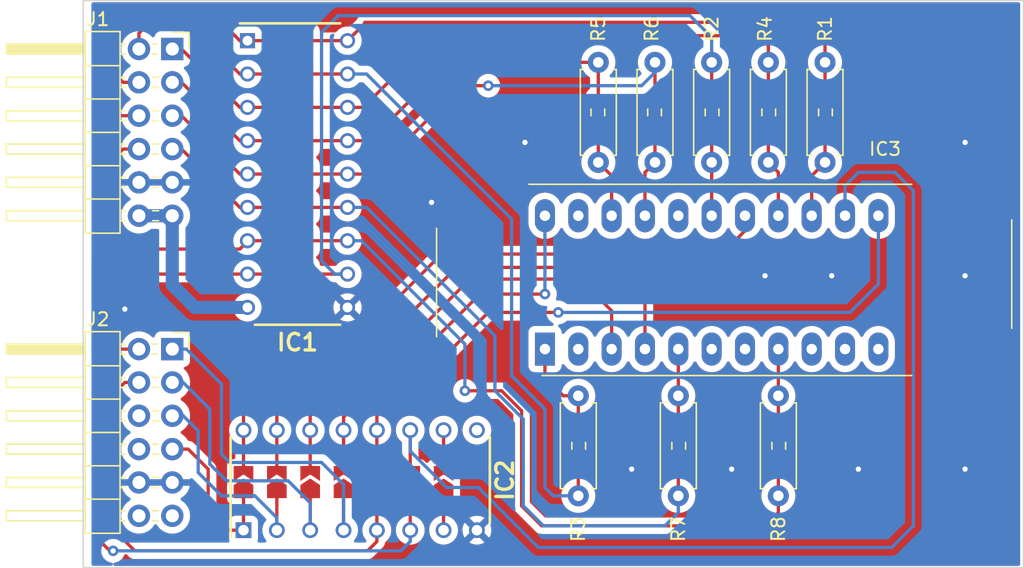
<source format=kicad_pcb>
(kicad_pcb (version 20221018) (generator pcbnew)
  (layers (0 "F.Cu" signal) (31 "B.Cu" signal) (34 "B.Paste" user) (35 "F.Paste" user) (36 "B.SilkS" user "B.Silkscreen") (37 "F.SilkS" user "F.Silkscreen") (38 "B.Mask" user) (39 "F.Mask" user) (44 "Edge.Cuts" user))
  (net 0 "")
  (net 1 "Net-(DS1-ANODE_E)")
  (net 2 "Net-(DS1-KATHODE_2)")
  (net 3 "Net-(DS1-KATHODE_3)")
  (net 4 "Net-(DS1-ANODE_D)")
  (net 5 "Net-(DS1-ANODE_DP)")
  (net 6 "Net-(DS1-KATHODE_6)")
  (net 7 "Net-(DS1-KATHODE_5)")
  (net 8 "Net-(DS1-ANODE_F)")
  (net 9 "Net-(DS1-ANODE_A)")
  (net 10 "Net-(DS1-KATHODE_4)")
  (net 11 "Net-(DS1-ANODE_G)")
  (net 12 "Net-(DS1-ANODE_C)")
  (net 13 "Net-(DS1-ANODE_B)")
  (net 14 "Net-(DS1-KATHODE_1)")
  (net 15 "Net-(IC1-I1)")
  (net 16 "Net-(IC1-I2)")
  (net 17 "Net-(IC1-I3)")
  (net 18 "Net-(IC1-I4)")
  (net 19 "Net-(IC1-I5)")
  (net 20 "Net-(IC1-I6)")
  (net 21 "Net-(IC1-I7)")
  (net 22 "Net-(IC1-I8)")
  (net 23 "VCC")
  (net 24 "GND")
  (net 25 "Net-(IC1-O8)")
  (net 26 "Net-(IC1-O7)")
  (net 27 "Net-(IC1-O6)")
  (net 28 "Net-(IC1-O5)")
  (net 29 "Net-(IC1-O4)")
  (net 30 "Net-(IC1-O3)")
  (net 31 "Net-(IC1-O2)")
  (net 32 "Net-(IC1-O1)")
  (net 33 "Net-(J2-Pin_1)")
  (net 34 "Net-(J2-Pin_2)")
  (net 35 "Net-(J2-Pin_3)")
  (net 36 "Net-(J2-Pin_4)")
  (net 37 "Net-(J2-Pin_7)")
  (net 38 "Net-(J2-Pin_8)")
  (net 41 "unconnected-(Q1-I7-Pad7)")
  (net 43 "unconnected-(Q1-O7-Pad10)")
  (footprint "Library:Resistor_SMD_THT" (layer "F.Cu") (at 143.256 100.076 90)
    (fp_text reference "R3" (at -2.54 0 90) (layer "F.SilkS"))
    (fp_text value "68" hide)
    (pad "1" thru_hole circle (at 0 0 90) (size 1.6 1.6) (drill 0.8) (layers "*.Cu" "*.Mask") (net 31 "Net-(IC1-O2)"))
    (pad "1" smd roundrect (at 2.8975 0 90) (size 0.975 0.95) (layers "F.Cu" "F.Paste" "F.Mask") (net 31 "Net-(IC1-O2)"))
    (pad "2" smd roundrect (at 4.7225 0 90) (size 0.975 0.95) (layers "F.Cu" "F.Paste" "F.Mask") (net 1 "Net-(DS1-ANODE_E)"))
    (pad "2" thru_hole oval (at 7.62 0 90) (size 1.6 1.6) (drill 0.8) (layers "*.Cu" "*.Mask") (net 1 "Net-(DS1-ANODE_E)"))
  )
  (footprint "Library:Resistor_SMD_THT" (layer "F.Cu") (at 162.052 74.676 90)
    (fp_text reference "R1" (at 10.16 0 90) (layer "F.SilkS"))
    (fp_text value "68" hide)
    (pad "1" thru_hole circle (at 0 0 90) (size 1.6 1.6) (drill 0.8) (layers "*.Cu" "*.Mask") (net 8 "Net-(DS1-ANODE_F)"))
    (pad "1" smd roundrect (at 2.8975 0 90) (size 0.975 0.95) (layers "F.Cu" "F.Paste" "F.Mask") (net 8 "Net-(DS1-ANODE_F)"))
    (pad "2" smd roundrect (at 4.7225 0 90) (size 0.975 0.95) (layers "F.Cu" "F.Paste" "F.Mask") (net 32 "Net-(IC1-O1)"))
    (pad "2" thru_hole oval (at 7.62 0 90) (size 1.6 1.6) (drill 0.8) (layers "*.Cu" "*.Mask") (net 32 "Net-(IC1-O1)"))
  )
  (footprint "Library:Resistor_SMD_THT" (layer "F.Cu") (at 150.876 100.076 90)
    (fp_text reference "R7" (at -2.54 0 90) (layer "F.SilkS"))
    (fp_text value "68" hide)
    (pad "1" thru_hole circle (at 0 0 90) (size 1.6 1.6) (drill 0.8) (layers "*.Cu" "*.Mask") (net 27 "Net-(IC1-O6)"))
    (pad "1" smd roundrect (at 2.8975 0 90) (size 0.975 0.95) (layers "F.Cu" "F.Paste" "F.Mask") (net 27 "Net-(IC1-O6)"))
    (pad "2" smd roundrect (at 4.7225 0 90) (size 0.975 0.95) (layers "F.Cu" "F.Paste" "F.Mask") (net 4 "Net-(DS1-ANODE_D)"))
    (pad "2" thru_hole oval (at 7.62 0 90) (size 1.6 1.6) (drill 0.8) (layers "*.Cu" "*.Mask") (net 4 "Net-(DS1-ANODE_D)"))
  )
  (footprint "Library:Resistor_SMD_THT" (layer "F.Cu") (at 149.098 67.056 -90)
    (fp_text reference "R6" (at -2.54 0.254 -90) (layer "F.SilkS"))
    (fp_text value "68" hide)
    (pad "1" thru_hole circle (at 0 0 270) (size 1.6 1.6) (drill 0.8) (layers "*.Cu" "*.Mask") (net 28 "Net-(IC1-O5)"))
    (pad "1" smd roundrect (at 2.8975 0 270) (size 0.975 0.95) (layers "F.Cu" "F.Paste" "F.Mask") (net 28 "Net-(IC1-O5)"))
    (pad "2" smd roundrect (at 4.7225 0 270) (size 0.975 0.95) (layers "F.Cu" "F.Paste" "F.Mask") (net 12 "Net-(DS1-ANODE_C)"))
    (pad "2" thru_hole oval (at 7.62 0 270) (size 1.6 1.6) (drill 0.8) (layers "*.Cu" "*.Mask") (net 12 "Net-(DS1-ANODE_C)"))
  )
  (footprint "Library:Pmod" (layer "F.Cu") (at 101.03 88.9)
    (fp_text reference "J2" (at 5.645 -2.27) (layer "F.SilkS"))
    (fp_text value "Conn_02x06_Counter_Clockwise" hide)
    (pad "1" thru_hole rect (at 11.3 0) (size 1.7 1.7) (drill 1) (layers "*.Cu" "*.Mask") (net 33 "Net-(J2-Pin_1)"))
    (pad "2" thru_hole oval (at 11.3 2.54) (size 1.7 1.7) (drill 1) (layers "*.Cu" "*.Mask") (net 34 "Net-(J2-Pin_2)"))
    (pad "3" thru_hole oval (at 11.3 5.08) (size 1.7 1.7) (drill 1) (layers "*.Cu" "*.Mask") (net 35 "Net-(J2-Pin_3)"))
    (pad "4" thru_hole oval (at 11.3 7.62) (size 1.7 1.7) (drill 1) (layers "*.Cu" "*.Mask") (net 36 "Net-(J2-Pin_4)"))
    (pad "5" thru_hole oval (at 11.3 10.16) (size 1.7 1.7) (drill 1) (layers "*.Cu" "*.Mask") (net 24 "GND"))
    (pad "6" thru_hole oval (at 11.3 12.7) (size 1.7 1.7) (drill 1) (layers "*.Cu" "*.Mask") (net 23 "VCC"))
    (pad "7" thru_hole oval (at 8.76 0) (size 1.7 1.7) (drill 1) (layers "*.Cu" "*.Mask") (net 37 "Net-(J2-Pin_7)"))
    (pad "8" thru_hole oval (at 8.76 2.54) (size 1.7 1.7) (drill 1) (layers "*.Cu" "*.Mask") (net 38 "Net-(J2-Pin_8)"))
    (pad "9" thru_hole oval (at 8.76 5.08) (size 1.7 1.7) (drill 1) (layers "*.Cu" "*.Mask"))
    (pad "10" thru_hole oval (at 8.76 7.62) (size 1.7 1.7) (drill 1) (layers "*.Cu" "*.Mask"))
    (pad "11" thru_hole oval (at 8.76 10.16) (size 1.7 1.7) (drill 1) (layers "*.Cu" "*.Mask") (net 24 "GND"))
    (pad "12" thru_hole oval (at 8.76 12.7) (size 1.7 1.7) (drill 1) (layers "*.Cu" "*.Mask") (net 23 "VCC"))
  )
  (footprint "Library:OSL60362-LR-with-allpin" (layer "F.Cu") (at 140.716 88.9 90)
    (fp_text reference "IC3" (at 15.24 25.908 180) (layer "F.SilkS"))
    (fp_text value "OSL60362-LR")
    (pad "0" thru_hole oval (at 0 2.54) (size 1.524 2.524) (drill 0.8) (layers "*.Cu" "*.Mask"))
    (pad "0" thru_hole oval (at 0 12.7) (size 1.524 2.524) (drill 0.8) (layers "*.Cu" "*.Mask"))
    (pad "0" thru_hole oval (at 0 15.24) (size 1.524 2.524) (drill 0.8) (layers "*.Cu" "*.Mask"))
    (pad "0" thru_hole oval (at 0 20.32) (size 1.524 2.524) (drill 0.8) (layers "*.Cu" "*.Mask"))
    (pad "0" thru_hole oval (at 0 22.86) (size 1.524 2.524) (drill 0.8) (layers "*.Cu" "*.Mask"))
    (pad "0" thru_hole oval (at 0 25.4) (size 1.524 2.524) (drill 0.8) (layers "*.Cu" "*.Mask"))
    (pad "0" thru_hole oval (at 10.16 2.54) (size 1.524 2.524) (drill 0.8) (layers "*.Cu" "*.Mask"))
    (pad "0" thru_hole oval (at 10.16 10.16) (size 1.524 2.524) (drill 0.8) (layers "*.Cu" "*.Mask"))
    (pad "1" thru_hole rect (at 0 0) (size 1.524 2.524) (drill 0.8) (layers "*.Cu" "*.Mask") (net 1 "Net-(DS1-ANODE_E)"))
    (pad "3" thru_hole oval (at 0 5.08) (size 1.524 2.524) (drill 0.8) (layers "*.Cu" "*.Mask") (net 2 "Net-(DS1-KATHODE_2)"))
    (pad "4" thru_hole oval (at 0 7.62) (size 1.524 2.524) (drill 0.8) (layers "*.Cu" "*.Mask") (net 3 "Net-(DS1-KATHODE_3)"))
    (pad "5" thru_hole oval (at 0 10.16) (size 1.524 2.524) (drill 0.8) (layers "*.Cu" "*.Mask") (net 4 "Net-(DS1-ANODE_D)"))
    (pad "8" thru_hole oval (at 0 17.78) (size 1.524 2.524) (drill 0.8) (layers "*.Cu" "*.Mask") (net 5 "Net-(DS1-ANODE_DP)"))
    (pad "12" thru_hole oval (at 10.16 25.4) (size 1.524 2.524) (drill 0.8) (layers "*.Cu" "*.Mask") (net 6 "Net-(DS1-KATHODE_6)"))
    (pad "13" thru_hole oval (at 10.16 22.86) (size 1.524 2.524) (drill 0.8) (layers "*.Cu" "*.Mask") (net 7 "Net-(DS1-KATHODE_5)"))
    (pad "14" thru_hole oval (at 10.16 20.32) (size 1.524 2.524) (drill 0.8) (layers "*.Cu" "*.Mask") (net 8 "Net-(DS1-ANODE_F)"))
    (pad "15" thru_hole oval (at 10.16 17.78) (size 1.524 2.524) (drill 0.8) (layers "*.Cu" "*.Mask") (net 9 "Net-(DS1-ANODE_A)"))
    (pad "16" thru_hole oval (at 10.16 15.24) (size 1.524 2.524) (drill 0.8) (layers "*.Cu" "*.Mask") (net 10 "Net-(DS1-KATHODE_4)"))
    (pad "17" thru_hole oval (at 10.16 12.7) (size 1.524 2.524) (drill 0.8) (layers "*.Cu" "*.Mask") (net 11 "Net-(DS1-ANODE_G)"))
    (pad "19" thru_hole oval (at 10.16 7.62) (size 1.524 2.524) (drill 0.8) (layers "*.Cu" "*.Mask") (net 12 "Net-(DS1-ANODE_C)"))
    (pad "20" thru_hole oval (at 10.16 5.08) (size 1.524 2.524) (drill 0.8) (layers "*.Cu" "*.Mask") (net 13 "Net-(DS1-ANODE_B)"))
    (pad "22" thru_hole oval (at 10.16 0) (size 1.524 2.524) (drill 0.8) (layers "*.Cu" "*.Mask") (net 14 "Net-(DS1-KATHODE_1)"))
  )
  (footprint "Library:Resistor_SMD_THT" (layer "F.Cu") (at 157.734 74.676 90)
    (fp_text reference "R4" (at 10.16 -0.254 90) (layer "F.SilkS"))
    (fp_text value "68" hide)
    (pad "1" thru_hole circle (at 0 0 90) (size 1.6 1.6) (drill 0.8) (layers "*.Cu" "*.Mask") (net 9 "Net-(DS1-ANODE_A)"))
    (pad "1" smd roundrect (at 2.8975 0 90) (size 0.975 0.95) (layers "F.Cu" "F.Paste" "F.Mask") (net 9 "Net-(DS1-ANODE_A)"))
    (pad "2" smd roundrect (at 4.7225 0 90) (size 0.975 0.95) (layers "F.Cu" "F.Paste" "F.Mask") (net 30 "Net-(IC1-O3)"))
    (pad "2" thru_hole oval (at 7.62 0 90) (size 1.6 1.6) (drill 0.8) (layers "*.Cu" "*.Mask") (net 30 "Net-(IC1-O3)"))
  )
  (footprint "Library:Resistor_SMD_THT" (layer "F.Cu") (at 144.78 67.056 -90)
    (fp_text reference "R5" (at -2.54 0 -90) (layer "F.SilkS"))
    (fp_text value "68" hide)
    (pad "1" thru_hole circle (at 0 0 270) (size 1.6 1.6) (drill 0.8) (layers "*.Cu" "*.Mask") (net 29 "Net-(IC1-O4)"))
    (pad "1" smd roundrect (at 2.8975 0 270) (size 0.975 0.95) (layers "F.Cu" "F.Paste" "F.Mask") (net 29 "Net-(IC1-O4)"))
    (pad "2" smd roundrect (at 4.7225 0 270) (size 0.975 0.95) (layers "F.Cu" "F.Paste" "F.Mask") (net 13 "Net-(DS1-ANODE_B)"))
    (pad "2" thru_hole oval (at 7.62 0 270) (size 1.6 1.6) (drill 0.8) (layers "*.Cu" "*.Mask") (net 13 "Net-(DS1-ANODE_B)"))
  )
  (footprint "Library:DIP762W60P254L1975H445Q16N_solderjumper" (layer "F.Cu") (at 126.6444 98.8844 90)
    (fp_text reference "IC2" (at 0 11.0236 90) (layer "F.SilkS") (effects (font (size 1.27 1.27) (thickness 0.254))))
    (fp_text value "TBD62003APG" hide)
    (pad "1" thru_hole rect (at -3.81 -8.89 90) (size 1.2 1.2) (drill 0.8) (layers "*.Cu" "*.Mask") (net 36 "Net-(J2-Pin_4)"))
    (pad "1" smd custom (at -0.868 -8.89 90) (size 0.3 0.3) (layers "F.Cu" "F.Mask") (net 36 "Net-(J2-Pin_4)") (options (clearance outline) (anchor rect)) (primitives (gr_poly (pts (xy 1 0) (xy 0.5 0.75) (xy -0.5 0.75) (xy -0.5 -0.75) (xy 0.5 -0.75)) (width 0) (fill yes))))
    (pad "2" thru_hole circle (at -3.81 -6.35 90) (size 1.2 1.2) (drill 0.8) (layers "*.Cu" "*.Mask") (net 35 "Net-(J2-Pin_3)"))
    (pad "2" smd custom (at -0.868 -6.35 90) (size 0.3 0.3) (layers "F.Cu" "F.Mask") (net 35 "Net-(J2-Pin_3)") (options (clearance outline) (anchor rect)) (primitives (gr_poly (pts (xy 1 0) (xy 0.5 0.75) (xy -0.5 0.75) (xy -0.5 -0.75) (xy 0.5 -0.75)) (width 0) (fill yes))))
    (pad "3" thru_hole circle (at -3.81 -3.81 90) (size 1.2 1.2) (drill 0.8) (layers "*.Cu" "*.Mask") (net 34 "Net-(J2-Pin_2)"))
    (pad "3" smd custom (at -0.868 -3.81 90) (size 0.3 0.3) (layers "F.Cu" "F.Mask") (net 34 "Net-(J2-Pin_2)") (options (clearance outline) (anchor rect)) (primitives (gr_poly (pts (xy 1 0) (xy 0.5 0.75) (xy -0.5 0.75) (xy -0.5 -0.75) (xy 0.5 -0.75)) (width 0) (fill yes))))
    (pad "4" thru_hole circle (at -3.81 -1.27 90) (size 1.2 1.2) (drill 0.8) (layers "*.Cu" "*.Mask") (net 33 "Net-(J2-Pin_1)"))
    (pad "4" smd custom (at -0.868 -1.27 90) (size 0.3 0.3) (layers "F.Cu" "F.Mask") (net 33 "Net-(J2-Pin_1)") (options (clearance outline) (anchor rect)) (primitives (gr_poly (pts (xy 1 0) (xy 0.5 0.75) (xy -0.5 0.75) (xy -0.5 -0.75) (xy 0.5 -0.75)) (width 0) (fill yes))))
    (pad "5" thru_hole circle (at -3.81 1.27 90) (size 1.2 1.2) (drill 0.8) (layers "*.Cu" "*.Mask") (net 38 "Net-(J2-Pin_8)"))
    (pad "5" smd custom (at -0.868 1.27 90) (size 0.3 0.3) (layers "F.Cu" "F.Mask") (net 38 "Net-(J2-Pin_8)") (options (clearance outline) (anchor rect)) (primitives (gr_poly (pts (xy 1 0) (xy 0.5 0.75) (xy -0.5 0.75) (xy -0.5 -0.75) (xy 0.5 -0.75)) (width 0) (fill yes))))
    (pad "6" thru_hole circle (at -3.81 3.81 90) (size 1.2 1.2) (drill 0.8) (layers "*.Cu" "*.Mask") (net 37 "Net-(J2-Pin_7)"))
    (pad "6" smd custom (at -0.868 3.81 90) (size 0.3 0.3) (layers "F.Cu" "F.Mask") (net 37 "Net-(J2-Pin_7)") (options (clearance outline) (anchor rect)) (primitives (gr_poly (pts (xy 1 0) (xy 0.5 0.75) (xy -0.5 0.75) (xy -0.5 -0.75) (xy 0.5 -0.75)) (width 0) (fill yes))))
    (pad "7" thru_hole circle (at -3.81 6.35 90) (size 1.2 1.2) (drill 0.8) (layers "*.Cu" "*.Mask") (net 41 "unconnected-(Q1-I7-Pad7)"))
    (pad "7" smd custom (at -0.868 6.35 90) (size 0.3 0.3) (layers "F.Cu" "F.Mask") (net 41 "unconnected-(Q1-I7-Pad7)") (options (clearance outline) (anchor rect)) (primitives (gr_poly (pts (xy 1 0) (xy 0.5 0.75) (xy -0.5 0.75) (xy -0.5 -0.75) (xy 0.5 -0.75)) (width 0) (fill yes))))
    (pad "8" thru_hole circle (at -3.81 8.89 90) (size 1.2 1.2) (drill 0.8) (layers "*.Cu" "*.Mask") (net 24 "GND"))
    (pad "9" thru_hole circle (at 3.81 8.89 90) (size 1.2 1.2) (drill 0.8) (layers "*.Cu" "*.Mask"))
    (pad "10" smd custom (at 0.582 6.35 90) (size 0.3 0.3) (layers "F.Cu" "F.Mask") (net 43 "unconnected-(Q1-O7-Pad10)") (options (clearance outline) (anchor rect)) (primitives (gr_poly (pts (xy 0.5 0.75) (xy -0.65 0.75) (xy -0.15 0) (xy -0.65 -0.75) (xy 0.5 -0.75)) (width 0) (fill yes))))
    (pad "10" thru_hole circle (at 3.81 6.35 90) (size 1.2 1.2) (drill 0.8) (layers "*.Cu" "*.Mask") (net 43 "unconnected-(Q1-O7-Pad10)"))
    (pad "11" smd custom (at 0.582 3.81 90) (size 0.3 0.3) (layers "F.Cu" "F.Mask") (net 7 "Net-(DS1-KATHODE_5)") (options (clearance outline) (anchor rect)) (primitives (gr_poly (pts (xy 0.5 0.75) (xy -0.65 0.75) (xy -0.15 0) (xy -0.65 -0.75) (xy 0.5 -0.75)) (width 0) (fill yes))))
    (pad "11" thru_hole circle (at 3.81 3.81 90) (size 1.2 1.2) (drill 0.8) (layers "*.Cu" "*.Mask") (net 7 "Net-(DS1-KATHODE_5)"))
    (pad "12" smd custom (at 0.582 1.27 90) (size 0.3 0.3) (layers "F.Cu" "F.Mask") (net 6 "Net-(DS1-KATHODE_6)") (options (clearance outline) (anchor rect)) (primitives (gr_poly (pts (xy 0.5 0.75) (xy -0.65 0.75) (xy -0.15 0) (xy -0.65 -0.75) (xy 0.5 -0.75)) (width 0) (fill yes))))
    (pad "12" thru_hole circle (at 3.81 1.27 90) (size 1.2 1.2) (drill 0.8) (layers "*.Cu" "*.Mask") (net 6 "Net-(DS1-KATHODE_6)"))
    (pad "13" smd custom (at 0.582 -1.27 90) (size 0.3 0.3) (layers "F.Cu" "F.Mask") (net 14 "Net-(DS1-KATHODE_1)") (options (clearance outline) (anchor rect)) (primitives (gr_poly (pts (xy 0.5 0.75) (xy -0.65 0.75) (xy -0.15 0) (xy -0.65 -0.75) (xy 0.5 -0.75)) (width 0) (fill yes))))
    (pad "13" thru_hole circle (at 3.81 -1.27 90) (size 1.2 1.2) (drill 0.8) (layers "*.Cu" "*.Mask") (net 14 "Net-(DS1-KATHODE_1)"))
    (pad "14" smd custom (at 0.582 -3.81 90) (size 0.3 0.3) (layers "F.Cu" "F.Mask") (net 2 "Net-(DS1-KATHODE_2)") (options (clearance outline) (anchor rect)) (primitives (gr_poly (pts (xy 0.5 0.75) (xy -0.65 0.75) (xy -0.15 0) (xy -0.65 -0.75) (xy 0.5 -0.75)) (width 0) (fill yes))))
    (pad "14" thru_hole circle (at 3.81 -3.81 90) (size 1.2 1.2) (drill 0.8) (layers "*.Cu" "*.Mask") (net 2 "Net-(DS1-KATHODE_2)"))
    (pad "15" smd custom (at 0.582 -6.35 90) (size 0.3 0.3) (layers "F.Cu" "F.Mask") (net 3 "Net-(DS1-KATHODE_3)") (options (clearance outline) (anchor rect)) (primitives (gr_poly (pts (xy 0.5 0.75) (xy -0.65 0.75) (xy -0.15 0) (xy -0.65 -0.75) (xy 0.5 -0.75)) (width 0) (fill yes))))
    (pad "15" thru_hole circle (at 3.81 -6.35 90) (size 1.2 1.2) (drill 0.8) (layers "*.Cu" "*.Mask") (net 3 "Net-(DS1-KATHODE_3)"))
    (pad "16" smd custom (at 0.582 -8.89 90) (size 0.3 0.3) (layers "F.Cu" "F.Mask") (net 10 "Net-(DS1-KATHODE_4)") (options (clearance outline) (anchor rect)) (primitives (gr_poly (pts (xy 0.5 0.75) (xy -0.65 0.75) (xy -0.15 0) (xy -0.65 -0.75) (xy 0.5 -0.75)) (width 0) (fill yes))))
    (pad "16" thru_hole circle (at 3.81 -8.89 90) (size 1.2 1.2) (drill 0.8) (layers "*.Cu" "*.Mask") (net 10 "Net-(DS1-KATHODE_4)"))
  )
  (footprint "Library:Pmod" (layer "F.Cu") (at 101.03 66.04)
    (fp_text reference "J1" (at 5.645 -2.27) (layer "F.SilkS"))
    (fp_text value "Conn_02x06_Counter_Clockwise" hide)
    (pad "1" thru_hole rect (at 11.3 0) (size 1.7 1.7) (drill 1) (layers "*.Cu" "*.Mask") (net 17 "Net-(IC1-I3)"))
    (pad "2" thru_hole oval (at 11.3 2.54) (size 1.7 1.7) (drill 1) (layers "*.Cu" "*.Mask") (net 18 "Net-(IC1-I4)"))
    (pad "3" thru_hole oval (at 11.3 5.08) (size 1.7 1.7) (drill 1) (layers "*.Cu" "*.Mask") (net 19 "Net-(IC1-I5)"))
    (pad "4" thru_hole oval (at 11.3 7.62) (size 1.7 1.7) (drill 1) (layers "*.Cu" "*.Mask") (net 20 "Net-(IC1-I6)"))
    (pad "5" thru_hole oval (at 11.3 10.16) (size 1.7 1.7) (drill 1) (layers "*.Cu" "*.Mask") (net 24 "GND"))
    (pad "6" thru_hole oval (at 11.3 12.7) (size 1.7 1.7) (drill 1) (layers "*.Cu" "*.Mask") (net 23 "VCC"))
    (pad "7" thru_hole oval (at 8.76 0) (size 1.7 1.7) (drill 1) (layers "*.Cu" "*.Mask") (net 16 "Net-(IC1-I2)"))
    (pad "8" thru_hole oval (at 8.76 2.54) (size 1.7 1.7) (drill 1) (layers "*.Cu" "*.Mask") (net 15 "Net-(IC1-I1)"))
    (pad "9" thru_hole oval (at 8.76 5.08) (size 1.7 1.7) (drill 1) (layers "*.Cu" "*.Mask") (net 22 "Net-(IC1-I8)"))
    (pad "10" thru_hole oval (at 8.76 7.62) (size 1.7 1.7) (drill 1) (layers "*.Cu" "*.Mask") (net 21 "Net-(IC1-I7)"))
    (pad "11" thru_hole oval (at 8.76 10.16) (size 1.7 1.7) (drill 1) (layers "*.Cu" "*.Mask") (net 24 "GND"))
    (pad "12" thru_hole oval (at 8.76 12.7) (size 1.7 1.7) (drill 1) (layers "*.Cu" "*.Mask") (net 23 "VCC"))
  )
  (footprint "Library:DIP762W55P254L2286H480Q18N_with_solderjumper" (layer "F.Cu") (at 121.867 75.565)
    (fp_text reference "IC1" (at 0 12.827) (layer "F.SilkS") (effects (font (size 1.27 1.27) (thickness 0.254))))
    (fp_text value "TBD62783APG" hide)
    (pad "1" thru_hole rect (at -3.81 -10.16) (size 1.15 1.15) (drill 0.75) (layers "*.Cu" "*.Mask") (net 15 "Net-(IC1-I1)"))
    (pad "1" smd custom (at -0.762 -10.16) (size 0.3 0.3) (layers "F.Cu" "F.Mask") (net 15 "Net-(IC1-I1)") (options (clearance outline) (anchor rect)) (primitives (gr_poly (pts (xy 1 0) (xy 0.5 0.75) (xy -0.5 0.75) (xy -0.5 -0.75) (xy 0.5 -0.75)) (width 0) (fill yes))))
    (pad "2" thru_hole circle (at -3.81 -7.62) (size 1.15 1.15) (drill 0.75) (layers "*.Cu" "*.Mask") (net 16 "Net-(IC1-I2)"))
    (pad "2" smd custom (at -0.762 -7.62) (size 0.3 0.3) (layers "F.Cu" "F.Mask") (net 16 "Net-(IC1-I2)") (options (clearance outline) (anchor rect)) (primitives (gr_poly (pts (xy 1 0) (xy 0.5 0.75) (xy -0.5 0.75) (xy -0.5 -0.75) (xy 0.5 -0.75)) (width 0) (fill yes))))
    (pad "3" thru_hole circle (at -3.81 -5.08) (size 1.15 1.15) (drill 0.75) (layers "*.Cu" "*.Mask") (net 17 "Net-(IC1-I3)"))
    (pad "3" smd custom (at -0.762 -5.08) (size 0.3 0.3) (layers "F.Cu" "F.Mask") (net 17 "Net-(IC1-I3)") (options (clearance outline) (anchor rect)) (primitives (gr_poly (pts (xy 1 0) (xy 0.5 0.75) (xy -0.5 0.75) (xy -0.5 -0.75) (xy 0.5 -0.75)) (width 0) (fill yes))))
    (pad "4" thru_hole circle (at -3.81 -2.54) (size 1.15 1.15) (drill 0.75) (layers "*.Cu" "*.Mask") (net 18 "Net-(IC1-I4)"))
    (pad "4" smd custom (at -0.762 -2.54) (size 0.3 0.3) (layers "F.Cu" "F.Mask") (net 18 "Net-(IC1-I4)") (options (clearance outline) (anchor rect)) (primitives (gr_poly (pts (xy 1 0) (xy 0.5 0.75) (xy -0.5 0.75) (xy -0.5 -0.75) (xy 0.5 -0.75)) (width 0) (fill yes))))
    (pad "5" thru_hole circle (at -3.81 0) (size 1.15 1.15) (drill 0.75) (layers "*.Cu" "*.Mask") (net 19 "Net-(IC1-I5)"))
    (pad "5" smd custom (at -0.762 0) (size 0.3 0.3) (layers "F.Cu" "F.Mask") (net 19 "Net-(IC1-I5)") (options (clearance outline) (anchor rect)) (primitives (gr_poly (pts (xy 1 0) (xy 0.5 0.75) (xy -0.5 0.75) (xy -0.5 -0.75) (xy 0.5 -0.75)) (width 0) (fill yes))))
    (pad "6" thru_hole circle (at -3.81 2.54) (size 1.15 1.15) (drill 0.75) (layers "*.Cu" "*.Mask") (net 20 "Net-(IC1-I6)"))
    (pad "6" smd custom (at -0.762 2.54) (size 0.3 0.3) (layers "F.Cu" "F.Mask") (net 20 "Net-(IC1-I6)") (options (clearance outline) (anchor rect)) (primitives (gr_poly (pts (xy 1 0) (xy 0.5 0.75) (xy -0.5 0.75) (xy -0.5 -0.75) (xy 0.5 -0.75)) (width 0) (fill yes))))
    (pad "7" thru_hole circle (at -3.81 5.08) (size 1.15 1.15) (drill 0.75) (layers "*.Cu" "*.Mask") (net 21 "Net-(IC1-I7)"))
    (pad "7" smd custom (at -0.762 5.08) (size 0.3 0.3) (layers "F.Cu" "F.Mask") (net 21 "Net-(IC1-I7)") (options (clearance outline) (anchor rect)) (primitives (gr_poly (pts (xy 1 0) (xy 0.5 0.75) (xy -0.5 0.75) (xy -0.5 -0.75) (xy 0.5 -0.75)) (width 0) (fill yes))))
    (pad "8" thru_hole circle (at -3.81 7.62) (size 1.15 1.15) (drill 0.75) (layers "*.Cu" "*.Mask") (net 22 "Net-(IC1-I8)"))
    (pad "8" smd custom (at -0.762 7.62) (size 0.3 0.3) (layers "F.Cu" "F.Mask") (net 22 "Net-(IC1-I8)") (options (clearance outline) (anchor rect)) (primitives (gr_poly (pts (xy 1 0) (xy 0.5 0.75) (xy -0.5 0.75) (xy -0.5 -0.75) (xy 0.5 -0.75)) (width 0) (fill yes))))
    (pad "9" thru_hole circle (at -3.81 10.16) (size 1.15 1.15) (drill 0.75) (layers "*.Cu" "*.Mask") (net 23 "VCC"))
    (pad "10" thru_hole circle (at 3.81 10.16) (size 1.15 1.15) (drill 0.75) (layers "*.Cu" "*.Mask") (net 24 "GND"))
    (pad "11" smd custom (at 0.688 7.62) (size 0.3 0.3) (layers "F.Cu" "F.Mask") (net 25 "Net-(IC1-O8)") (options (clearance outline) (anchor rect)) (primitives (gr_poly (pts (xy 0.5 0.75) (xy -0.65 0.75) (xy -0.15 0) (xy -0.65 -0.75) (xy 0.5 -0.75)) (width 0) (fill yes))))
    (pad "11" thru_hole circle (at 3.81 7.62) (size 1.15 1.15) (drill 0.75) (layers "*.Cu" "*.Mask") (net 25 "Net-(IC1-O8)"))
    (pad "12" smd custom (at 0.688 5.08) (size 0.3 0.3) (layers "F.Cu" "F.Mask") (net 26 "Net-(IC1-O7)") (options (clearance outline) (anchor rect)) (primitives (gr_poly (pts (xy 0.5 0.75) (xy -0.65 0.75) (xy -0.15 0) (xy -0.65 -0.75) (xy 0.5 -0.75)) (width 0) (fill yes))))
    (pad "12" thru_hole circle (at 3.81 5.08) (size 1.15 1.15) (drill 0.75) (layers "*.Cu" "*.Mask") (net 26 "Net-(IC1-O7)"))
    (pad "13" smd custom (at 0.688 2.54) (size 0.3 0.3) (layers "F.Cu" "F.Mask") (net 27 "Net-(IC1-O6)") (options (clearance outline) (anchor rect)) (primitives (gr_poly (pts (xy 0.5 0.75) (xy -0.65 0.75) (xy -0.15 0) (xy -0.65 -0.75) (xy 0.5 -0.75)) (width 0) (fill yes))))
    (pad "13" thru_hole circle (at 3.81 2.54) (size 1.15 1.15) (drill 0.75) (layers "*.Cu" "*.Mask") (net 27 "Net-(IC1-O6)"))
    (pad "14" smd custom (at 0.688 0) (size 0.3 0.3) (layers "F.Cu" "F.Mask") (net 28 "Net-(IC1-O5)") (options (clearance outline) (anchor rect)) (primitives (gr_poly (pts (xy 0.5 0.75) (xy -0.65 0.75) (xy -0.15 0) (xy -0.65 -0.75) (xy 0.5 -0.75)) (width 0) (fill yes))))
    (pad "14" thru_hole circle (at 3.81 0) (size 1.15 1.15) (drill 0.75) (layers "*.Cu" "*.Mask") (net 28 "Net-(IC1-O5)"))
    (pad "15" smd custom (at 0.688 -2.54) (size 0.3 0.3) (layers "F.Cu" "F.Mask") (net 29 "Net-(IC1-O4)") (options (clearance outline) (anchor rect)) (primitives (gr_poly (pts (xy 0.5 0.75) (xy -0.65 0.75) (xy -0.15 0) (xy -0.65 -0.75) (xy 0.5 -0.75)) (width 0) (fill yes))))
    (pad "15" thru_hole circle (at 3.81 -2.54) (size 1.15 1.15) (drill 0.75) (layers "*.Cu" "*.Mask") (net 29 "Net-(IC1-O4)"))
    (pad "16" smd custom (at 0.688 -5.08) (size 0.3 0.3) (layers "F.Cu" "F.Mask") (net 30 "Net-(IC1-O3)") (options (clearance outline) (anchor rect)) (primitives (gr_poly (pts (xy 0.5 0.75) (xy -0.65 0.75) (xy -0.15 0) (xy -0.65 -0.75) (xy 0.5 -0.75)) (width 0) (fill yes))))
    (pad "16" thru_hole circle (at 3.81 -5.08) (size 1.15 1.15) (drill 0.75) (layers "*.Cu" "*.Mask") (net 30 "Net-(IC1-O3)"))
    (pad "17" smd custom (at 0.688 -7.62) (size 0.3 0.3) (layers "F.Cu" "F.Mask") (net 31 "Net-(IC1-O2)") (options (clearance outline) (anchor rect)) (primitives (gr_poly (pts (xy 0.5 0.75) (xy -0.65 0.75) (xy -0.15 0) (xy -0.65 -0.75) (xy 0.5 -0.75)) (width 0) (fill yes))))
    (pad "17" thru_hole circle (at 3.81 -7.62) (size 1.15 1.15) (drill 0.75) (layers "*.Cu" "*.Mask") (net 31 "Net-(IC1-O2)"))
    (pad "18" smd custom (at 0.688 -10.16) (size 0.3 0.3) (layers "F.Cu" "F.Mask") (net 32 "Net-(IC1-O1)") (options (clearance outline) (anchor rect)) (primitives (gr_poly (pts (xy 0.5 0.75) (xy -0.65 0.75) (xy -0.15 0) (xy -0.65 -0.75) (xy 0.5 -0.75)) (width 0) (fill yes))))
    (pad "18" thru_hole circle (at 3.81 -10.16) (size 1.15 1.15) (drill 0.75) (layers "*.Cu" "*.Mask") (net 32 "Net-(IC1-O1)"))
  )
  (footprint "Library:Resistor_SMD_THT" (layer "F.Cu") (at 158.496 100.076 90)
    (fp_text reference "R8" (at -2.54 0 90) (layer "F.SilkS"))
    (fp_text value "68" hide)
    (pad "1" thru_hole circle (at 0 0 90) (size 1.6 1.6) (drill 0.8) (layers "*.Cu" "*.Mask") (net 26 "Net-(IC1-O7)"))
    (pad "1" smd roundrect (at 2.8975 0 90) (size 0.975 0.95) (layers "F.Cu" "F.Paste" "F.Mask") (net 26 "Net-(IC1-O7)"))
    (pad "2" smd roundrect (at 4.7225 0 90) (size 0.975 0.95) (layers "F.Cu" "F.Paste" "F.Mask") (net 5 "Net-(DS1-ANODE_DP)"))
    (pad "2" thru_hole oval (at 7.62 0 90) (size 1.6 1.6) (drill 0.8) (layers "*.Cu" "*.Mask") (net 5 "Net-(DS1-ANODE_DP)"))
  )
  (footprint "Library:Resistor_SMD_THT" (layer "F.Cu") (at 153.416 74.676 90)
    (fp_text reference "R2" (at 10.16 0 90) (layer "F.SilkS"))
    (fp_text value "68" hide)
    (pad "1" thru_hole circle (at 0 0 90) (size 1.6 1.6) (drill 0.8) (layers "*.Cu" "*.Mask") (net 11 "Net-(DS1-ANODE_G)"))
    (pad "1" smd roundrect (at 2.8975 0 90) (size 0.975 0.95) (layers "F.Cu" "F.Paste" "F.Mask") (net 11 "Net-(DS1-ANODE_G)"))
    (pad "2" smd roundrect (at 4.7225 0 90) (size 0.975 0.95) (layers "F.Cu" "F.Paste" "F.Mask") (net 25 "Net-(IC1-O8)"))
    (pad "2" thru_hole oval (at 7.62 0 90) (size 1.6 1.6) (drill 0.8) (layers "*.Cu" "*.Mask") (net 25 "Net-(IC1-O8)"))
  )
  (gr_rect (start 105.537 62.357) (end 177.165 105.537) (stroke (width 0.1)) (fill none) (layer "Edge.Cuts"))
  (segment (start 142.113 92.456) (end 140.716 91.059) (width 0.25) (layer "F.Cu") (net 1))
  (segment (start 140.716 91.059) (end 140.716 88.9) (width 0.25) (layer "F.Cu") (net 1))
  (segment (start 143.256 95.3535) (end 143.256 92.456) (width 0.25) (layer "F.Cu") (net 1))
  (segment (start 143.256 92.456) (end 142.113 92.456) (width 0.25) (layer "F.Cu") (net 1))
  (segment (start 143.383 83.566) (end 145.796 85.979) (width 0.25) (layer "F.Cu") (net 2))
  (segment (start 122.8344 93.9546) (end 125.603 91.186) (width 0.25) (layer "F.Cu") (net 2))
  (segment (start 127.381 91.186) (end 135.001 83.566) (width 0.25) (layer "F.Cu") (net 2))
  (segment (start 122.8344 98.0164) (end 122.8344 95.0744) (width 0.25) (layer "F.Cu") (net 2))
  (segment (start 145.796 85.979) (end 145.796 88.9) (width 0.25) (layer "F.Cu") (net 2))
  (segment (start 122.8344 95.0744) (end 122.8344 93.9546) (width 0.25) (layer "F.Cu") (net 2))
  (segment (start 125.603 91.186) (end 127.381 91.186) (width 0.25) (layer "F.Cu") (net 2))
  (segment (start 135.001 83.566) (end 143.383 83.566) (width 0.25) (layer "F.Cu") (net 2))
  (segment (start 120.269 93.599) (end 123.698 90.17) (width 0.25) (layer "F.Cu") (net 3))
  (segment (start 148.336 84.455) (end 148.336 88.9) (width 0.25) (layer "F.Cu") (net 3))
  (segment (start 123.698 90.17) (end 126.492 90.17) (width 0.25) (layer "F.Cu") (net 3))
  (segment (start 133.985 82.677) (end 146.558 82.677) (width 0.25) (layer "F.Cu") (net 3))
  (segment (start 120.2944 95.0744) (end 120.2944 93.6244) (width 0.25) (layer "F.Cu") (net 3))
  (segment (start 120.2944 93.6244) (end 120.269 93.599) (width 0.25) (layer "F.Cu") (net 3))
  (segment (start 146.558 82.677) (end 148.336 84.455) (width 0.25) (layer "F.Cu") (net 3))
  (segment (start 120.2944 98.0164) (end 120.2944 95.0744) (width 0.25) (layer "F.Cu") (net 3))
  (segment (start 126.492 90.17) (end 133.985 82.677) (width 0.25) (layer "F.Cu") (net 3))
  (segment (start 150.876 95.3535) (end 150.876 92.456) (width 0.25) (layer "F.Cu") (net 4))
  (segment (start 150.876 92.456) (end 150.876 88.9) (width 0.25) (layer "F.Cu") (net 4))
  (segment (start 158.496 92.456) (end 158.496 88.9) (width 0.25) (layer "F.Cu") (net 5))
  (segment (start 158.496 95.3535) (end 158.496 92.456) (width 0.25) (layer "F.Cu") (net 5))
  (segment (start 127.9144 95.0744) (end 127.9144 93.9546) (width 0.25) (layer "F.Cu") (net 6))
  (segment (start 129.413 93.091) (end 136.398 86.106) (width 0.25) (layer "F.Cu") (net 6))
  (segment (start 137.033 86.106) (end 141.732 86.106) (width 0.25) (layer "F.Cu") (net 6))
  (segment (start 127.9144 98.0164) (end 127.9144 95.0744) (width 0.25) (layer "F.Cu") (net 6))
  (segment (start 128.778 93.091) (end 129.413 93.091) (width 0.25) (layer "F.Cu") (net 6))
  (segment (start 127.9144 93.9546) (end 128.778 93.091) (width 0.25) (layer "F.Cu") (net 6))
  (segment (start 136.398 86.106) (end 137.033 86.106) (width 0.25) (layer "F.Cu") (net 6))
  (via (at 141.732 86.106) (size 0.8) (drill 0.4) (layers "F.Cu" "B.Cu") (net 6))
  (segment (start 166.116 83.947) (end 166.116 78.74) (width 0.25) (layer "B.Cu") (net 6))
  (segment (start 141.732 86.106) (end 163.957 86.106) (width 0.25) (layer "B.Cu") (net 6))
  (segment (start 163.957 86.106) (end 166.116 83.947) (width 0.25) (layer "B.Cu") (net 6))
  (segment (start 130.4544 98.0164) (end 130.4544 95.0744) (width 0.25) (layer "F.Cu") (net 7))
  (segment (start 130.4544 95.0744) (end 130.4544 96.6724) (width 0.25) (layer "B.Cu") (net 7))
  (segment (start 168.783 76.835) (end 167.386 75.438) (width 0.25) (layer "B.Cu") (net 7))
  (segment (start 168.783 102.362) (end 168.783 76.835) (width 0.25) (layer "B.Cu") (net 7))
  (segment (start 130.4544 96.6724) (end 133.223 99.441) (width 0.25) (layer "B.Cu") (net 7))
  (segment (start 164.592 75.438) (end 163.576 76.454) (width 0.25) (layer "B.Cu") (net 7))
  (segment (start 135.636 99.441) (end 140.208 104.013) (width 0.25) (layer "B.Cu") (net 7))
  (segment (start 140.208 104.013) (end 167.132 104.013) (width 0.25) (layer "B.Cu") (net 7))
  (segment (start 133.223 99.441) (end 135.636 99.441) (width 0.25) (layer "B.Cu") (net 7))
  (segment (start 167.386 75.438) (end 164.592 75.438) (width 0.25) (layer "B.Cu") (net 7))
  (segment (start 167.132 104.013) (end 168.783 102.362) (width 0.25) (layer "B.Cu") (net 7))
  (segment (start 163.576 76.454) (end 163.576 78.74) (width 0.25) (layer "B.Cu") (net 7))
  (segment (start 161.036 75.692) (end 162.052 74.676) (width 0.25) (layer "F.Cu") (net 8))
  (segment (start 161.036 78.74) (end 161.036 75.692) (width 0.25) (layer "F.Cu") (net 8))
  (segment (start 162.052 71.7785) (end 162.052 74.676) (width 0.25) (layer "F.Cu") (net 8))
  (segment (start 158.496 75.438) (end 157.734 74.676) (width 0.25) (layer "F.Cu") (net 9))
  (segment (start 157.734 74.676) (end 157.734 71.7785) (width 0.25) (layer "F.Cu") (net 9))
  (segment (start 158.496 78.74) (end 158.496 75.438) (width 0.25) (layer "F.Cu") (net 9))
  (segment (start 125.476 89.027) (end 132.842 81.661) (width 0.25) (layer "F.Cu") (net 10))
  (segment (start 154.178 81.661) (end 155.956 79.883) (width 0.25) (layer "F.Cu") (net 10))
  (segment (start 132.842 81.661) (end 154.178 81.661) (width 0.25) (layer "F.Cu") (net 10))
  (segment (start 155.956 79.883) (end 155.956 78.74) (width 0.25) (layer "F.Cu") (net 10))
  (segment (start 117.7544 93.7006) (end 122.428 89.027) (width 0.25) (layer "F.Cu") (net 10))
  (segment (start 117.7544 98.3024) (end 117.7544 95.0744) (width 0.25) (layer "F.Cu") (net 10))
  (segment (start 122.428 89.027) (end 125.476 89.027) (width 0.25) (layer "F.Cu") (net 10))
  (segment (start 117.7544 95.0744) (end 117.7544 93.7006) (width 0.25) (layer "F.Cu") (net 10))
  (segment (start 153.416 74.676) (end 153.416 71.7785) (width 0.25) (layer "F.Cu") (net 11))
  (segment (start 153.416 78.74) (end 153.416 74.676) (width 0.25) (layer "F.Cu") (net 11))
  (segment (start 148.336 75.438) (end 149.098 74.676) (width 0.25) (layer "F.Cu") (net 12))
  (segment (start 149.098 74.676) (end 149.098 71.7785) (width 0.25) (layer "F.Cu") (net 12))
  (segment (start 148.336 78.74) (end 148.336 75.438) (width 0.25) (layer "F.Cu") (net 12))
  (segment (start 145.796 78.74) (end 145.796 75.692) (width 0.25) (layer "F.Cu") (net 13))
  (segment (start 145.796 75.692) (end 144.78 74.676) (width 0.25) (layer "F.Cu") (net 13))
  (segment (start 144.78 74.676) (end 144.78 71.7785) (width 0.25) (layer "F.Cu") (net 13))
  (segment (start 125.3744 98.0164) (end 125.3744 95.0744) (width 0.25) (layer "F.Cu") (net 14))
  (segment (start 128.27 92.202) (end 127.254 92.202) (width 0.25) (layer "F.Cu") (net 14))
  (segment (start 135.763 84.709) (end 128.27 92.202) (width 0.25) (layer "F.Cu") (net 14))
  (segment (start 125.3744 94.0816) (end 125.3744 95.0744) (width 0.25) (layer "F.Cu") (net 14))
  (segment (start 140.716 84.709) (end 135.763 84.709) (width 0.25) (layer "F.Cu") (net 14))
  (segment (start 127.254 92.202) (end 125.3744 94.0816) (width 0.25) (layer "F.Cu") (net 14))
  (via (at 140.716 84.709) (size 0.8) (drill 0.4) (layers "F.Cu" "B.Cu") (net 14))
  (segment (start 140.716 84.709) (end 140.716 78.74) (width 0.25) (layer "B.Cu") (net 14))
  (segment (start 107.315 67.31) (end 107.315 65.405) (width 0.25) (layer "F.Cu") (net 15))
  (segment (start 118.057 65.405) (end 121.105 65.405) (width 0.25) (layer "F.Cu") (net 15))
  (segment (start 115.57 63.5) (end 117.475 65.405) (width 0.25) (layer "F.Cu") (net 15))
  (segment (start 117.475 65.405) (end 118.057 65.405) (width 0.25) (layer "F.Cu") (net 15))
  (segment (start 109.22 63.5) (end 115.57 63.5) (width 0.25) (layer "F.Cu") (net 15))
  (segment (start 109.79 68.58) (end 108.585 68.58) (width 0.25) (layer "F.Cu") (net 15))
  (segment (start 107.315 65.405) (end 109.22 63.5) (width 0.25) (layer "F.Cu") (net 15))
  (segment (start 108.585 68.58) (end 107.315 67.31) (width 0.25) (layer "F.Cu") (net 15))
  (segment (start 117.475 67.945) (end 118.057 67.945) (width 0.25) (layer "F.Cu") (net 16))
  (segment (start 115.57 66.04) (end 117.475 67.945) (width 0.25) (layer "F.Cu") (net 16))
  (segment (start 114.3 64.135) (end 115.57 65.405) (width 0.25) (layer "F.Cu") (net 16))
  (segment (start 115.57 65.405) (end 115.57 66.04) (width 0.25) (layer "F.Cu") (net 16))
  (segment (start 109.79 64.835) (end 110.49 64.135) (width 0.25) (layer "F.Cu") (net 16))
  (segment (start 110.49 64.135) (end 114.3 64.135) (width 0.25) (layer "F.Cu") (net 16))
  (segment (start 109.79 66.04) (end 109.79 64.835) (width 0.25) (layer "F.Cu") (net 16))
  (segment (start 118.057 67.945) (end 121.105 67.945) (width 0.25) (layer "F.Cu") (net 16))
  (segment (start 118.057 70.485) (end 121.105 70.485) (width 0.25) (layer "F.Cu") (net 17))
  (segment (start 117.475 70.485) (end 118.04 70.485) (width 0.25) (layer "F.Cu") (net 17))
  (segment (start 113.03 66.04) (end 117.475 70.485) (width 0.25) (layer "F.Cu") (net 17))
  (segment (start 112.33 66.04) (end 113.03 66.04) (width 0.25) (layer "F.Cu") (net 17))
  (segment (start 117.475 73.025) (end 118.057 73.025) (width 0.25) (layer "F.Cu") (net 18))
  (segment (start 112.33 68.58) (end 113.03 68.58) (width 0.25) (layer "F.Cu") (net 18))
  (segment (start 113.03 68.58) (end 117.475 73.025) (width 0.25) (layer "F.Cu") (net 18))
  (segment (start 118.057 73.025) (end 121.105 73.025) (width 0.25) (layer "F.Cu") (net 18))
  (segment (start 112.33 71.12) (end 113.03 71.12) (width 0.25) (layer "F.Cu") (net 19))
  (segment (start 113.03 71.12) (end 117.475 75.565) (width 0.25) (layer "F.Cu") (net 19))
  (segment (start 118.057 75.565) (end 121.105 75.565) (width 0.25) (layer "F.Cu") (net 19))
  (segment (start 117.475 75.565) (end 118.04 75.565) (width 0.25) (layer "F.Cu") (net 19))
  (segment (start 118.057 78.105) (end 121.105 78.105) (width 0.25) (layer "F.Cu") (net 20))
  (segment (start 112.33 73.66) (end 113.03 73.66) (width 0.25) (layer "F.Cu") (net 20))
  (segment (start 117.475 78.105) (end 118.04 78.105) (width 0.25) (layer "F.Cu") (net 20))
  (segment (start 113.03 73.66) (end 117.475 78.105) (width 0.25) (layer "F.Cu") (net 20))
  (segment (start 109.79 73.66) (end 108.585 73.66) (width 0.25) (layer "F.Cu") (net 21))
  (segment (start 118.04 80.715) (end 118.04 80.645) (width 0.25) (layer "F.Cu") (net 21))
  (segment (start 107.696 74.549) (end 107.696 80.391) (width 0.25) (layer "F.Cu") (net 21))
  (segment (start 117.475 81.28) (end 118.04 80.715) (width 0.25) (layer "F.Cu") (net 21))
  (segment (start 118.057 80.645) (end 121.105 80.645) (width 0.25) (layer "F.Cu") (net 21))
  (segment (start 108.585 73.66) (end 107.696 74.549) (width 0.25) (layer "F.Cu") (net 21))
  (segment (start 108.585 81.28) (end 117.475 81.28) (width 0.25) (layer "F.Cu") (net 21))
  (segment (start 107.696 80.391) (end 108.585 81.28) (width 0.25) (layer "F.Cu") (net 21))
  (segment (start 106.934 72.136) (end 106.934 81.534) (width 0.25) (layer "F.Cu") (net 22))
  (segment (start 108.585 83.185) (end 118.04 83.185) (width 0.25) (layer "F.Cu") (net 22))
  (segment (start 107.95 71.12) (end 106.934 72.136) (width 0.25) (layer "F.Cu") (net 22))
  (segment (start 106.934 81.534) (end 108.585 83.185) (width 0.25) (layer "F.Cu") (net 22))
  (segment (start 109.79 71.12) (end 107.95 71.12) (width 0.25) (layer "F.Cu") (net 22))
  (segment (start 118.057 83.185) (end 121.105 83.185) (width 0.25) (layer "F.Cu") (net 22))
  (segment (start 112.33 78.74) (end 112.33 84.009) (width 1) (layer "B.Cu") (net 23))
  (segment (start 112.33 84.009) (end 114.046 85.725) (width 1) (layer "B.Cu") (net 23))
  (segment (start 109.79 78.74) (end 112.33 78.74) (width 1) (layer "B.Cu") (net 23))
  (segment (start 114.046 85.725) (end 118.057 85.725) (width 1) (layer "B.Cu") (net 23))
  (via (at 147.32 98.044) (size 0.8) (drill 0.4) (layers "F.Cu" "B.Cu") (net 24))
  (via (at 154.94 98.044) (size 0.8) (drill 0.4) (layers "F.Cu" "B.Cu") (net 24))
  (via (at 162.56 83.312) (size 0.8) (drill 0.4) (layers "F.Cu" "B.Cu") (net 24))
  (via (at 132.08 77.724) (size 0.8) (drill 0.4) (layers "F.Cu" "B.Cu") (net 24))
  (via (at 164.592 98.044) (size 0.8) (drill 0.4) (layers "F.Cu" "B.Cu") (net 24))
  (via (at 172.72 73.152) (size 0.8) (drill 0.4) (layers "F.Cu" "B.Cu") (net 24))
  (via (at 108.712 85.852) (size 0.8) (drill 0.4) (layers "F.Cu" "B.Cu") (net 24))
  (via (at 172.72 98.044) (size 0.8) (drill 0.4) (layers "F.Cu" "B.Cu") (net 24))
  (via (at 157.48 83.312) (size 0.8) (drill 0.4) (layers "F.Cu" "B.Cu") (net 24))
  (via (at 139.192 73.152) (size 0.8) (drill 0.4) (layers "F.Cu" "B.Cu") (net 24))
  (via (at 172.72 83.312) (size 0.8) (drill 0.4) (layers "F.Cu" "B.Cu") (net 24))
  (segment (start 122.555 83.185) (end 125.677 83.185) (width 0.25) (layer "F.Cu") (net 25))
  (segment (start 153.416 69.9535) (end 153.416 67.056) (width 0.25) (layer "F.Cu") (net 25))
  (segment (start 123.698 64.77) (end 124.968 63.5) (width 0.25) (layer "B.Cu") (net 25))
  (segment (start 153.416 65.151) (end 153.416 67.056) (width 0.25) (layer "B.Cu") (net 25))
  (segment (start 124.714 83.185) (end 123.698 82.169) (width 0.25) (layer "B.Cu") (net 25))
  (segment (start 151.765 63.5) (end 153.416 65.151) (width 0.25) (layer "B.Cu") (net 25))
  (segment (start 124.968 63.5) (end 151.765 63.5) (width 0.25) (layer "B.Cu") (net 25))
  (segment (start 125.677 83.185) (end 124.714 83.185) (width 0.25) (layer "B.Cu") (net 25))
  (segment (start 123.698 82.169) (end 123.698 64.77) (width 0.25) (layer "B.Cu") (net 25))
  (segment (start 138.938 100.838) (end 140.462 102.362) (width 0.25) (layer "F.Cu") (net 26))
  (segment (start 140.462 102.362) (end 157.48 102.362) (width 0.25) (layer "F.Cu") (net 26))
  (segment (start 137.414 92.075) (end 138.938 93.599) (width 0.25) (layer "F.Cu") (net 26))
  (segment (start 122.555 80.645) (end 125.677 80.645) (width 0.25) (layer "F.Cu") (net 26))
  (segment (start 158.496 100.076) (end 158.496 97.1785) (width 0.25) (layer "F.Cu") (net 26))
  (segment (start 138.938 93.599) (end 138.938 100.838) (width 0.25) (layer "F.Cu") (net 26))
  (segment (start 158.496 101.346) (end 158.496 100.076) (width 0.25) (layer "F.Cu") (net 26))
  (segment (start 134.62 92.075) (end 137.414 92.075) (width 0.25) (layer "F.Cu") (net 26))
  (segment (start 157.48 102.362) (end 158.496 101.346) (width 0.25) (layer "F.Cu") (net 26))
  (via (at 134.62 92.075) (size 0.8) (drill 0.4) (layers "F.Cu" "B.Cu") (net 26))
  (segment (start 125.677 80.645) (end 126.746 80.645) (width 0.25) (layer "B.Cu") (net 26))
  (segment (start 126.746 80.645) (end 134.62 88.519) (width 0.25) (layer "B.Cu") (net 26))
  (segment (start 134.62 88.519) (end 134.62 92.075) (width 0.25) (layer "B.Cu") (net 26))
  (segment (start 122.555 78.105) (end 125.677 78.105) (width 0.25) (layer "F.Cu") (net 27))
  (segment (start 150.876 100.076) (end 150.876 97.1785) (width 0.25) (layer "F.Cu") (net 27))
  (segment (start 125.677 78.105) (end 127.127 78.105) (width 0.25) (layer "B.Cu") (net 27))
  (segment (start 127.127 78.105) (end 136.906 87.884) (width 0.25) (layer "B.Cu") (net 27))
  (segment (start 136.906 87.884) (end 136.906 92.075) (width 0.25) (layer "B.Cu") (net 27))
  (segment (start 139.065 100.838) (end 140.589 102.362) (width 0.25) (layer "B.Cu") (net 27))
  (segment (start 140.589 102.362) (end 149.86 102.362) (width 0.25) (layer "B.Cu") (net 27))
  (segment (start 150.876 101.346) (end 150.876 100.076) (width 0.25) (layer "B.Cu") (net 27))
  (segment (start 136.906 92.075) (end 139.065 94.234) (width 0.25) (layer "B.Cu") (net 27))
  (segment (start 149.86 102.362) (end 150.876 101.346) (width 0.25) (layer "B.Cu") (net 27))
  (segment (start 139.065 94.234) (end 139.065 100.838) (width 0.25) (layer "B.Cu") (net 27))
  (segment (start 134.366 68.834) (end 136.398 68.834) (width 0.25) (layer "F.Cu") (net 28))
  (segment (start 122.555 75.565) (end 125.677 75.565) (width 0.25) (layer "F.Cu") (net 28))
  (segment (start 127.635 75.565) (end 134.366 68.834) (width 0.25) (layer "F.Cu") (net 28))
  (segment (start 125.677 75.565) (end 127.635 75.565) (width 0.25) (layer "F.Cu") (net 28))
  (segment (start 149.098 69.9535) (end 149.098 67.056) (width 0.25) (layer "F.Cu") (net 28))
  (via (at 136.398 68.834) (size 0.8) (drill 0.4) (layers "F.Cu" "B.Cu") (net 28))
  (segment (start 148.082 68.834) (end 149.098 67.818) (width 0.25) (layer "B.Cu") (net 28))
  (segment (start 136.398 68.834) (end 148.082 68.834) (width 0.25) (layer "B.Cu") (net 28))
  (segment (start 149.098 67.818) (end 149.098 67.056) (width 0.25) (layer "B.Cu") (net 28))
  (segment (start 144.78 69.9535) (end 144.78 67.056) (width 0.25) (layer "F.Cu") (net 29))
  (segment (start 122.555 73.025) (end 125.677 73.025) (width 0.25) (layer "F.Cu") (net 29))
  (segment (start 133.35 67.056) (end 144.78 67.056) (width 0.25) (layer "F.Cu") (net 29))
  (segment (start 125.677 73.025) (end 127.381 73.025) (width 0.25) (layer "F.Cu") (net 29))
  (segment (start 127.381 73.025) (end 133.35 67.056) (width 0.25) (layer "F.Cu") (net 29))
  (segment (start 122.555 70.485) (end 125.677 70.485) (width 0.25) (layer "F.Cu") (net 30))
  (segment (start 157.734 69.9535) (end 157.734 67.056) (width 0.25) (layer "F.Cu") (net 30))
  (segment (start 157.734 65.786) (end 157.734 67.056) (width 0.25) (layer "F.Cu") (net 30))
  (segment (start 126.873 70.485) (end 132.334 65.024) (width 0.25) (layer "F.Cu") (net 30))
  (segment (start 125.677 70.485) (end 126.873 70.485) (width 0.25) (layer "F.Cu") (net 30))
  (segment (start 132.334 65.024) (end 156.972 65.024) (width 0.25) (layer "F.Cu") (net 30))
  (segment (start 156.972 65.024) (end 157.734 65.786) (width 0.25) (layer "F.Cu") (net 30))
  (segment (start 122.555 67.945) (end 125.677 67.945) (width 0.25) (layer "F.Cu") (net 31))
  (segment (start 143.256 97.1785) (end 143.256 100.076) (width 0.25) (layer "F.Cu") (net 31))
  (segment (start 138.176 78.994) (end 138.176 90.932) (width 0.25) (layer "B.Cu") (net 31))
  (segment (start 127.127 67.945) (end 138.176 78.994) (width 0.25) (layer "B.Cu") (net 31))
  (segment (start 140.716 93.472) (end 140.716 99.441) (width 0.25) (layer "B.Cu") (net 31))
  (segment (start 125.677 67.945) (end 127.127 67.945) (width 0.25) (layer "B.Cu") (net 31))
  (segment (start 138.176 90.932) (end 140.716 93.472) (width 0.25) (layer "B.Cu") (net 31))
  (segment (start 140.716 99.441) (end 141.351 100.076) (width 0.25) (layer "B.Cu") (net 31))
  (segment (start 141.351 100.076) (end 143.256 100.076) (width 0.25) (layer "B.Cu") (net 31))
  (segment (start 162.052 65.024) (end 162.052 67.056) (width 0.25) (layer "F.Cu") (net 32))
  (segment (start 127 64.082) (end 127 64.008) (width 0.25) (layer "F.Cu") (net 32))
  (segment (start 125.677 65.405) (end 127 64.082) (width 0.25) (layer "F.Cu") (net 32))
  (segment (start 162.052 69.9535) (end 162.052 67.056) (width 0.25) (layer "F.Cu") (net 32))
  (segment (start 161.036 64.008) (end 162.052 65.024) (width 0.25) (layer "F.Cu") (net 32))
  (segment (start 122.555 65.405) (end 125.677 65.405) (width 0.25) (layer "F.Cu") (net 32))
  (segment (start 127 64.008) (end 161.036 64.008) (width 0.25) (layer "F.Cu") (net 32))
  (segment (start 125.3744 102.6944) (end 125.3744 99.4664) (width 0.25) (layer "F.Cu") (net 33))
  (segment (start 116.078 91.567) (end 116.078 96.901) (width 0.25) (layer "B.Cu") (net 33))
  (segment (start 125.3744 99.2124) (end 125.3744 102.6944) (width 0.25) (layer "B.Cu") (net 33))
  (segment (start 112.33 88.9) (end 113.411 88.9) (width 0.25) (layer "B.Cu") (net 33))
  (segment (start 116.713 97.536) (end 123.698 97.536) (width 0.25) (layer "B.Cu") (net 33))
  (segment (start 123.698 97.536) (end 125.3744 99.2124) (width 0.25) (layer "B.Cu") (net 33))
  (segment (start 113.411 88.9) (end 116.078 91.567) (width 0.25) (layer "B.Cu") (net 33))
  (segment (start 116.078 96.901) (end 116.713 97.536) (width 0.25) (layer "B.Cu") (net 33))
  (segment (start 122.8344 102.6944) (end 122.8344 99.4664) (width 0.25) (layer "F.Cu") (net 34))
  (segment (start 122.8344 100.6094) (end 122.8344 102.6944) (width 0.25) (layer "B.Cu") (net 34))
  (segment (start 121.158 98.933) (end 122.8344 100.6094) (width 0.25) (layer "B.Cu") (net 34))
  (segment (start 116.459 98.933) (end 121.158 98.933) (width 0.25) (layer "B.Cu") (net 34))
  (segment (start 113.157 91.44) (end 115.189 93.472) (width 0.25) (layer "B.Cu") (net 34))
  (segment (start 115.189 97.663) (end 116.459 98.933) (width 0.25) (layer "B.Cu") (net 34))
  (segment (start 112.33 91.44) (end 113.157 91.44) (width 0.25) (layer "B.Cu") (net 34))
  (segment (start 115.189 93.472) (end 115.189 97.663) (width 0.25) (layer "B.Cu") (net 34))
  (segment (start 120.2944 102.6944) (end 120.2944 99.4664) (width 0.25) (layer "F.Cu") (net 35))
  (segment (start 114.3 95.123) (end 114.3 98.298) (width 0.25) (layer "B.Cu") (net 35))
  (segment (start 112.33 93.98) (end 113.157 93.98) (width 0.25) (layer "B.Cu") (net 35))
  (segment (start 118.618 100.076) (end 120.2944 101.7524) (width 0.25) (layer "B.Cu") (net 35))
  (segment (start 113.157 93.98) (end 114.3 95.123) (width 0.25) (layer "B.Cu") (net 35))
  (segment (start 120.2944 101.7524) (end 120.2944 102.6944) (width 0.25) (layer "B.Cu") (net 35))
  (segment (start 116.078 100.076) (end 118.618 100.076) (width 0.25) (layer "B.Cu") (net 35))
  (segment (start 114.3 98.298) (end 116.078 100.076) (width 0.25) (layer "B.Cu") (net 35))
  (segment (start 115.062 101.346) (end 116.4104 102.6944) (width 0.25) (layer "F.Cu") (net 36))
  (segment (start 112.33 96.52) (end 113.538 96.52) (width 0.25) (layer "F.Cu") (net 36))
  (segment (start 116.4104 102.6944) (end 117.7544 102.6944) (width 0.25) (layer "F.Cu") (net 36))
  (segment (start 115.062 98.044) (end 115.062 101.346) (width 0.25) (layer "F.Cu") (net 36))
  (segment (start 113.538 96.52) (end 115.062 98.044) (width 0.25) (layer "F.Cu") (net 36))
  (segment (start 117.7544 102.6944) (end 117.7544 99.7524) (width 0.25) (layer "F.Cu") (net 36))
  (segment (start 107.823 104.267) (end 107.569 104.267) (width 0.25) (layer "F.Cu") (net 37))
  (segment (start 130.4544 102.6944) (end 130.4544 99.4664) (width 0.25) (layer "F.Cu") (net 37))
  (segment (start 107.569 104.267) (end 106.934 103.632) (width 0.25) (layer "F.Cu") (net 37))
  (segment (start 107.823 88.9) (end 109.79 88.9) (width 0.25) (layer "F.Cu") (net 37))
  (segment (start 106.934 89.789) (end 107.823 88.9) (width 0.25) (layer "F.Cu") (net 37))
  (segment (start 106.934 103.632) (end 106.934 89.789) (width 0.25) (layer "F.Cu") (net 37))
  (via (at 107.823 104.267) (size 0.8) (drill 0.4) (layers "F.Cu" "B.Cu") (net 37))
  (segment (start 130.4544 103.5558) (end 130.4544 102.6944) (width 0.25) (layer "B.Cu") (net 37))
  (segment (start 107.823 104.267) (end 129.7432 104.267) (width 0.25) (layer "B.Cu") (net 37))
  (segment (start 129.7432 104.267) (end 130.4544 103.5558) (width 0.25) (layer "B.Cu") (net 37))
  (segment (start 127.9144 102.6944) (end 127.9144 99.4664) (width 0.25) (layer "F.Cu") (net 38))
  (segment (start 127.9144 103.5558) (end 127.9144 102.6944) (width 0.25) (layer "F.Cu") (net 38))
  (segment (start 109.474 104.267) (end 127.2032 104.267) (width 0.25) (layer "F.Cu") (net 38))
  (segment (start 109.79 91.44) (end 108.712 91.44) (width 0.25) (layer "F.Cu") (net 38))
  (segment (start 127.2032 104.267) (end 127.9144 103.5558) (width 0.25) (layer "F.Cu") (net 38))
  (segment (start 107.696 92.456) (end 107.696 102.489) (width 0.25) (layer "F.Cu") (net 38))
  (segment (start 107.696 102.489) (end 109.474 104.267) (width 0.25) (layer "F.Cu") (net 38))
  (segment (start 108.712 91.44) (end 107.696 92.456) (width 0.25) (layer "F.Cu") (net 38))
  (segment (start 132.9944 102.6944) (end 132.9944 99.4664) (width 0.25) (layer "F.Cu") (net 41))
  (segment (start 132.9944 98.0164) (end 132.9944 95.0744) (width 0.25) (layer "F.Cu") (net 43))
  (zone (net 0) (net_name "") (layer "F.Cu") (connect_pads thru_hole_only (clearance 0)) (min_thickness 0.25)
    (keepout (tracks allowed) (vias allowed) (pads allowed) (copperpour not_allowed) (footprints allowed))
    (fill (thermal_gap 0.5) (thermal_bridge_width 0.5))
    (polygon (pts (xy 108.712 74.676) (xy 113.284 74.676) (xy 116.84 78.232) (xy 116.84 80.772) (xy 108.712 80.772) (xy 108.204 80.264) (xy 108.204 75.184)))
  )
  (zone (net 24) (net_name "GND") (layer "F.Cu") (connect_pads thru_hole_only (clearance 0.5)) (min_thickness 0.25) (fill yes (thermal_gap 0.5) (thermal_bridge_width 0.5))
    (polygon (pts (xy 106.172 62.484) (xy 176.911 62.484) (xy 176.911 105.41) (xy 106.172 105.41)))
  )
  (zone (net 0) (net_name "") (layer "F.Cu") (connect_pads thru_hole_only (clearance 0)) (min_thickness 0.25)
    (keepout (tracks allowed) (vias allowed) (pads allowed) (copperpour not_allowed) (footprints allowed))
    (fill (thermal_gap 0.5) (thermal_bridge_width 0.5))
    (polygon (pts (xy 108.712 98.044) (xy 112.776 98.044) (xy 113.284 97.536) (xy 113.284 97.028) (xy 114.3 98.044) (xy 114.3 101.6) (xy 115.824 103.124) (xy 115.824 103.632) (xy 109.728 103.632) (xy 108.712 102.616)))
  )
  (zone (net 24) (net_name "GND") (layer "B.Cu") (connect_pads thru_hole_only (clearance 0.5)) (min_thickness 0.25) (fill yes (thermal_gap 0.5) (thermal_bridge_width 0.5))
    (polygon (pts (xy 106.172 62.484) (xy 176.911 62.484) (xy 176.911 105.41) (xy 106.172 105.41)))
  )
)
</source>
